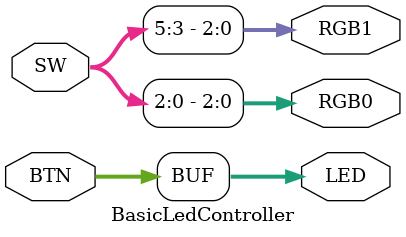
<source format=sv>
`timescale 1ns / 1ps


module BasicLedController(
    input [3:0] BTN,
    input [5:0] SW,
    output [3:0] LED,
    output [2:0] RGB0,
    output [2:0] RGB1
    );
    assign LED = BTN;
    assign RGB0[2:0] = SW[2:0];
    assign RGB1[2:0] = SW[5:3];
endmodule

</source>
